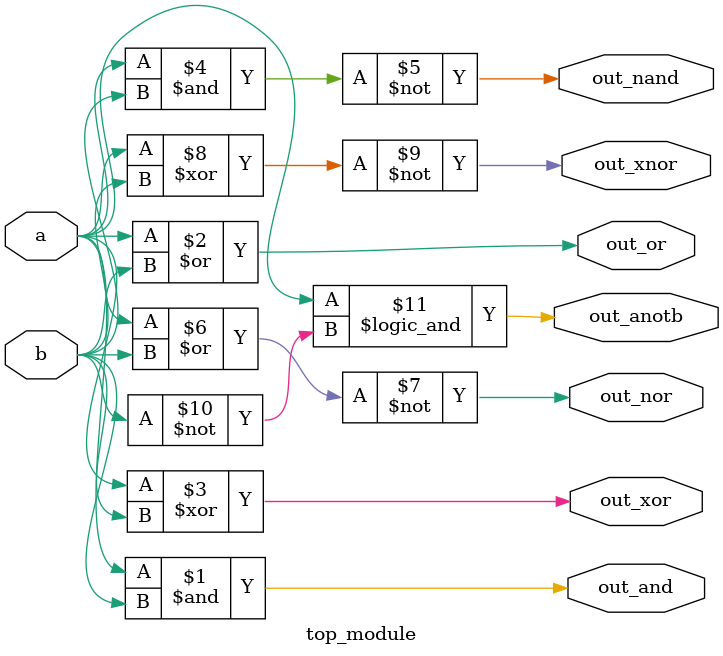
<source format=v>


// out_and: a and b
// out_or: a or b
// out_xor: a xor b
// out_nand: a nand b
// out_nor: a nor b
// out_xnor: a xnor b
// out_anotb: a and-not b


// Solution
module top_module( 
    input a, b,
    output out_and,
    output out_or,
    output out_xor,
    output out_nand,
    output out_nor,
    output out_xnor,
    output out_anotb
);
    and(out_and, a, b);
    or(out_or, a, b);
    xor(out_xor, a, b);
    nand(out_nand, a, b);
    nor(out_nor, a, b);
    xnor(out_xnor, a, b);
    assign out_anotb = a && ~b;

endmodule

</source>
